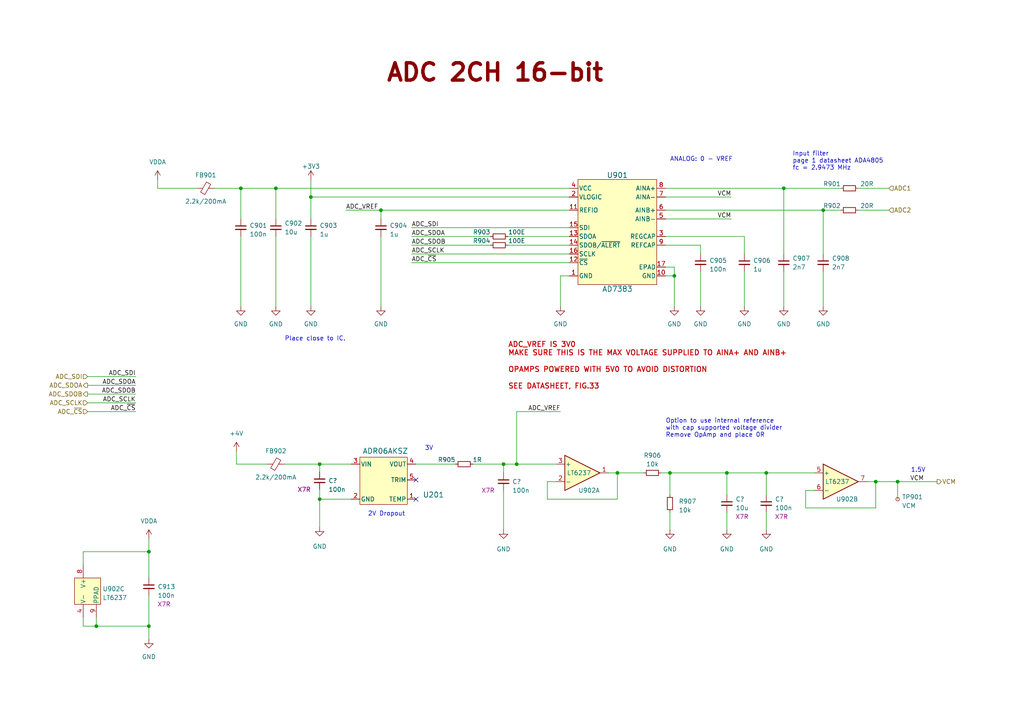
<source format=kicad_sch>
(kicad_sch (version 20230121) (generator eeschema)
  (paper "A4")
  (lib_symbols
    (symbol "Connector:TestPoint_Small" (pin_numbers hide) (pin_names (offset 0.762) hide)
      (property "Reference" "TP" (at 0 3.81 0))
      (property "Value" "TestPoint_Small" (at 0 2.032 0))
      (symbol "TestPoint_Small_0_1"
        (circle (center 0 0) (radius 0.508))
      )
      (symbol "TestPoint_Small_1_1"
        (pin passive line (at 0 0 90) (length 0) (name "1") (number "1"))
      )
    )
    (symbol "Device:C_Small" (pin_numbers hide) (pin_names (offset 0.254) hide)
      (property "Reference" "C" (at 0.254 1.778 0))
      (property "Value" "C_Small" (at 0.254 -2.032 0))
      (symbol "C_Small_0_1"
        (polyline (pts (xy -1.524 -0.508) (xy 1.524 -0.508)) (stroke (width 0.3302)))
        (polyline (pts (xy -1.524 0.508) (xy 1.524 0.508)) (stroke (width 0.3048)))
      )
      (symbol "C_Small_1_1"
        (pin passive line (at 0 2.54 270) (length 2.032) (name "~") (number "1"))
        (pin passive line (at 0 -2.54 90) (length 2.032) (name "~") (number "2"))
      )
    )
    (symbol "Device:R_Small" (pin_numbers hide) (pin_names (offset 0.254) hide)
      (property "Reference" "R" (at 0.762 0.508 0))
      (property "Value" "R_Small" (at 0.762 -1.016 0))
      (symbol "R_Small_0_1"
        (rectangle (start -0.762 1.778) (end 0.762 -1.778) (stroke (width 0.2032)))
      )
      (symbol "R_Small_1_1"
        (pin passive line (at 0 2.54 270) (length 0.762) (name "~") (number "1"))
        (pin passive line (at 0 -2.54 90) (length 0.762) (name "~") (number "2"))
      )
    )
    (symbol "LT6237_1" (pin_names (offset 0.127))
      (property "Reference" "U504" (at -3.81 1.27 0))
      (property "Value" "LT6237" (at -3.81 -1.27 0))
      (symbol "LT6237_1_1_1"
        (polyline (pts (xy -5.08 5.08) (xy 5.08 0) (xy -5.08 -5.08) (xy -5.08 5.08)) (stroke (width 0.254)) (fill (type background)))
        (pin output line (at 7.62 0 180) (length 2.54) (name "~") (number "1"))
        (pin input line (at -7.62 -2.54 0) (length 2.54) (name "-") (number "2"))
        (pin input line (at -7.62 2.54 0) (length 2.54) (name "+") (number "3"))
      )
      (symbol "LT6237_1_2_1"
        (polyline (pts (xy -5.08 5.08) (xy 5.08 0) (xy -5.08 -5.08) (xy -5.08 5.08)) (stroke (width 0.254)) (fill (type background)))
        (pin input line (at -7.62 2.54 0) (length 2.54) (name "+") (number "5"))
        (pin input line (at -7.62 -2.54 0) (length 2.54) (name "-") (number "6"))
        (pin output line (at 7.62 0 180) (length 2.54) (name "~") (number "7"))
      )
      (symbol "LT6237_1_3_1"
        (rectangle (start -5.08 3.81) (end 0 -3.81) (fill (type background)))
        (pin power_in line (at -2.54 -7.62 90) (length 3.81) (name "V-") (number "4"))
        (pin power_in line (at -2.54 7.62 270) (length 3.81) (name "V+") (number "8"))
      )
    )
    (symbol "LT6237_2" (pin_names (offset 0.127))
      (property "Reference" "U" (at 0 5.08 0))
      (property "Value" "LT6237" (at 3.175 -3.175 0))
      (symbol "LT6237_2_0_1"
        (rectangle (start -5.08 3.81) (end 2.54 -3.81) (fill (type background)))
      )
      (symbol "LT6237_2_1_1"
        (polyline (pts (xy -5.08 5.08) (xy 5.08 0) (xy -5.08 -5.08) (xy -5.08 5.08)) (stroke (width 0.254)) (fill (type background)))
        (pin output line (at 7.62 0 180) (length 2.54) (name "~") (number "1"))
        (pin input line (at -7.62 -2.54 0) (length 2.54) (name "-") (number "2"))
        (pin input line (at -7.62 2.54 0) (length 2.54) (name "+") (number "3"))
      )
      (symbol "LT6237_2_2_1"
        (polyline (pts (xy -5.08 5.08) (xy 5.08 0) (xy -5.08 -5.08) (xy -5.08 5.08)) (stroke (width 0.254)) (fill (type background)))
        (pin input line (at -7.62 2.54 0) (length 2.54) (name "+") (number "5"))
        (pin input line (at -7.62 -2.54 0) (length 2.54) (name "-") (number "6"))
        (pin output line (at 7.62 0 180) (length 2.54) (name "~") (number "7"))
      )
      (symbol "LT6237_2_3_1"
        (pin power_in line (at -2.54 -7.62 90) (length 3.81) (name "V-") (number "4"))
        (pin power_in line (at -2.54 7.62 270) (length 3.81) (name "V+") (number "8"))
        (pin power_in line (at 1.27 -7.62 90) (length 3.81) (name "PPAD") (number "9"))
      )
    )
    (symbol "SOC_ADC:AD7383" (pin_names (offset 0.254))
      (property "Reference" "U" (at 27.94 2.54 0))
      (property "Value" "AD7383" (at 27.94 -30.48 0))
      (symbol "AD7383_0_1"
        (rectangle (start 16.51 1.27) (end 39.37 -29.21) (fill (type background)))
      )
      (symbol "AD7383_1_1"
        (pin power_out line (at 13.97 -26.67 0) (length 2.54) (name "GND") (number "1"))
        (pin power_out line (at 41.91 -26.67 180) (length 2.54) (name "GND") (number "10"))
        (pin unspecified line (at 13.97 -7.62 0) (length 2.54) (name "REFIO") (number "11"))
        (pin unspecified line (at 13.97 -22.86 0) (length 2.54) (name "~{CS}") (number "12"))
        (pin unspecified line (at 13.97 -15.24 0) (length 2.54) (name "SDOA") (number "13"))
        (pin unspecified line (at 13.97 -17.78 0) (length 2.54) (name "SDOB/~{ALERT}") (number "14"))
        (pin unspecified line (at 13.97 -12.7 0) (length 2.54) (name "SDI") (number "15"))
        (pin unspecified line (at 13.97 -20.32 0) (length 2.54) (name "SCLK") (number "16"))
        (pin unspecified line (at 41.91 -24.13 180) (length 2.54) (name "EPAD") (number "17"))
        (pin power_in line (at 13.97 -3.81 0) (length 2.54) (name "VLOGIC") (number "2"))
        (pin unspecified line (at 41.91 -15.24 180) (length 2.54) (name "REGCAP") (number "3"))
        (pin power_in line (at 13.97 -1.27 0) (length 2.54) (name "VCC") (number "4"))
        (pin unspecified line (at 41.91 -10.16 180) (length 2.54) (name "AINB-") (number "5"))
        (pin unspecified line (at 41.91 -7.62 180) (length 2.54) (name "AINB+") (number "6"))
        (pin unspecified line (at 41.91 -3.81 180) (length 2.54) (name "AINA-") (number "7"))
        (pin unspecified line (at 41.91 -1.27 180) (length 2.54) (name "AINA+") (number "8"))
        (pin unspecified line (at 41.91 -17.78 180) (length 2.54) (name "REFCAP") (number "9"))
      )
    )
    (symbol "SOC_Misc:2k2 200mA" (pin_numbers hide) (pin_names (offset 0))
      (property "Reference" "FB" (at 1.905 1.27 0))
      (property "Value" "742792093" (at 1.905 -1.27 0))
      (symbol "2k2 200mA_0_1"
        (polyline (pts (xy 0 -1.27) (xy 0 -0.7874)))
        (polyline (pts (xy 0 0.889) (xy 0 1.2954)))
        (polyline (pts (xy -1.8288 0.2794) (xy -1.1176 1.4986) (xy 1.8288 -0.2032) (xy 1.1176 -1.4224) (xy -1.8288 0.2794)))
      )
      (symbol "2k2 200mA_1_1"
        (pin passive line (at 0 2.54 270) (length 1.27) (name "~") (number "1"))
        (pin passive line (at 0 -2.54 90) (length 1.27) (name "~") (number "2"))
      )
    )
    (symbol "SOC_Power:ADR06AKSZ-REEL7" (pin_names (offset 0.254))
      (property "Reference" "U" (at 14.224 8.89 0))
      (property "Value" "ADR06AKSZ-REEL7" (at 14.732 -8.382 0))
      (symbol "ADR06AKSZ-REEL7_1_1"
        (rectangle (start 7.874 7.112) (end 21.59 -6.604) (fill (type background)))
        (pin output line (at 24.13 -5.08 180) (length 2.54) (name "TEMP") (number "1"))
        (pin passive line (at 5.334 -5.08 0) (length 2.54) (name "GND") (number "2"))
        (pin input line (at 5.334 5.08 0) (length 2.54) (name "VIN") (number "3"))
        (pin output line (at 24.13 5.08 180) (length 2.54) (name "VOUT") (number "4"))
        (pin input line (at 24.13 0.508 180) (length 2.54) (name "TRIM") (number "5"))
      )
    )
    (symbol "power:+3V3" (power) (pin_names (offset 0))
      (property "Value" "+3V3" (at 0 3.556 0))
      (symbol "+3V3_0_1"
        (polyline (pts (xy -0.762 1.27) (xy 0 2.54)))
        (polyline (pts (xy 0 0) (xy 0 2.54)))
        (polyline (pts (xy 0 2.54) (xy 0.762 1.27)))
      )
      (symbol "+3V3_1_1"
        (pin power_in line (at 0 0 90) (length 0) hide (name "+3V3") (number "1"))
      )
    )
    (symbol "power:+4V" (power) (pin_names (offset 0))
      (property "Value" "+4V" (at 0 3.556 0))
      (symbol "+4V_0_1"
        (polyline (pts (xy -0.762 1.27) (xy 0 2.54)))
        (polyline (pts (xy 0 0) (xy 0 2.54)))
        (polyline (pts (xy 0 2.54) (xy 0.762 1.27)))
      )
      (symbol "+4V_1_1"
        (pin power_in line (at 0 0 90) (length 0) hide (name "+4V") (number "1"))
      )
    )
    (symbol "power:GND" (power) (pin_names (offset 0))
      (property "Value" "GND" (at 0 -3.81 0))
      (symbol "GND_0_1"
        (polyline (pts (xy 0 0) (xy 0 -1.27) (xy 1.27 -1.27) (xy 0 -2.54) (xy -1.27 -1.27) (xy 0 -1.27)))
      )
      (symbol "GND_1_1"
        (pin power_in line (at 0 0 270) (length 0) hide (name "GND") (number "1"))
      )
    )
    (symbol "power:VDDA" (power) (pin_names (offset 0))
      (property "Value" "VDDA" (at 0 3.81 0))
      (symbol "VDDA_0_1"
        (polyline (pts (xy -0.762 1.27) (xy 0 2.54)))
        (polyline (pts (xy 0 0) (xy 0 2.54)))
        (polyline (pts (xy 0 2.54) (xy 0.762 1.27)))
      )
      (symbol "VDDA_1_1"
        (pin power_in line (at 0 0 90) (length 0) hide (name "VDDA") (number "1"))
      )
    )
  )
  (junction (at 238.76 60.96))
  (junction (at 80.01 54.61))
  (junction (at 222.25 137.16))
  (junction (at 90.17 57.15))
  (junction (at 43.18 181.61))
  (junction (at 194.31 137.16))
  (junction (at 110.49 60.96))
  (junction (at 210.82 137.16))
  (junction (at 260.35 139.7))
  (junction (at 92.71 144.78))
  (junction (at 43.18 160.02))
  (junction (at 92.71 134.62))
  (junction (at 195.58 80.01))
  (junction (at 254 139.7))
  (junction (at 146.05 134.62))
  (junction (at 179.07 137.16))
  (junction (at 69.85 54.61))
  (junction (at 149.86 134.62))
  (junction (at 27.94 181.61))
  (junction (at 227.33 54.61))
  (no_connect (at 120.65 144.78))
  (no_connect (at 120.65 139.192))
  (wire (pts (xy 260.35 139.7) (xy 271.78 139.7)))
  (wire (pts (xy 248.92 54.61) (xy 257.81 54.61)))
  (wire (pts (xy 248.92 60.96) (xy 257.81 60.96)))
  (wire (pts (xy 69.85 54.61) (xy 80.01 54.61)))
  (wire (pts (xy 149.86 119.38) (xy 162.56 119.38)))
  (wire (pts (xy 25.4 114.3) (xy 39.37 114.3)))
  (wire (pts (xy 158.75 144.78) (xy 179.07 144.78)))
  (wire (pts (xy 254 139.7) (xy 251.46 139.7)))
  (wire (pts (xy 215.9 68.58) (xy 193.04 68.58)))
  (wire (pts (xy 146.05 134.62) (xy 146.05 137.16)))
  (wire (pts (xy 137.16 134.62) (xy 146.05 134.62)))
  (wire (pts (xy 227.33 54.61) (xy 243.84 54.61)))
  (wire (pts (xy 193.04 60.96) (xy 238.76 60.96)))
  (wire (pts (xy 90.17 57.15) (xy 165.1 57.15)))
  (wire (pts (xy 92.71 144.78) (xy 101.854 144.78)))
  (wire (pts (xy 62.23 54.61) (xy 69.85 54.61)))
  (wire (pts (xy 82.55 134.62) (xy 92.71 134.62)))
  (wire (pts (xy 162.56 80.01) (xy 165.1 80.01)))
  (wire (pts (xy 27.94 181.61) (xy 43.18 181.61)))
  (wire (pts (xy 147.32 68.58) (xy 165.1 68.58)))
  (wire (pts (xy 195.58 80.01) (xy 195.58 88.9)))
  (wire (pts (xy 24.13 163.83) (xy 24.13 160.02)))
  (wire (pts (xy 222.25 148.59) (xy 222.25 153.67)))
  (wire (pts (xy 68.58 134.62) (xy 77.47 134.62)))
  (wire (pts (xy 210.82 137.16) (xy 222.25 137.16)))
  (wire (pts (xy 210.82 137.16) (xy 210.82 143.51)))
  (wire (pts (xy 119.38 68.58) (xy 142.24 68.58)))
  (wire (pts (xy 43.18 156.21) (xy 43.18 160.02)))
  (wire (pts (xy 57.15 54.61) (xy 45.72 54.61)))
  (wire (pts (xy 194.31 137.16) (xy 210.82 137.16)))
  (wire (pts (xy 24.13 160.02) (xy 43.18 160.02)))
  (wire (pts (xy 69.85 54.61) (xy 69.85 63.5)))
  (wire (pts (xy 24.13 181.61) (xy 27.94 181.61)))
  (wire (pts (xy 27.94 179.07) (xy 27.94 181.61)))
  (wire (pts (xy 100.33 60.96) (xy 110.49 60.96)))
  (wire (pts (xy 236.22 142.24) (xy 233.68 142.24)))
  (wire (pts (xy 193.04 77.47) (xy 195.58 77.47)))
  (wire (pts (xy 222.25 137.16) (xy 222.25 143.51)))
  (wire (pts (xy 90.17 68.58) (xy 90.17 88.9)))
  (wire (pts (xy 119.38 76.2) (xy 165.1 76.2)))
  (wire (pts (xy 191.77 137.16) (xy 194.31 137.16)))
  (wire (pts (xy 238.76 60.96) (xy 238.76 73.66)))
  (wire (pts (xy 260.35 139.7) (xy 260.35 144.78)))
  (wire (pts (xy 193.04 63.5) (xy 212.09 63.5)))
  (wire (pts (xy 146.05 142.24) (xy 146.05 153.67)))
  (wire (pts (xy 215.9 78.74) (xy 215.9 88.9)))
  (wire (pts (xy 222.25 137.16) (xy 236.22 137.16)))
  (wire (pts (xy 119.38 71.12) (xy 142.24 71.12)))
  (wire (pts (xy 233.68 147.32) (xy 254 147.32)))
  (wire (pts (xy 193.04 71.12) (xy 203.2 71.12)))
  (wire (pts (xy 149.86 134.62) (xy 161.29 134.62)))
  (wire (pts (xy 193.04 80.01) (xy 195.58 80.01)))
  (wire (pts (xy 69.85 68.58) (xy 69.85 88.9)))
  (wire (pts (xy 215.9 73.66) (xy 215.9 68.58)))
  (wire (pts (xy 147.32 71.12) (xy 165.1 71.12)))
  (wire (pts (xy 162.56 80.01) (xy 162.56 88.9)))
  (wire (pts (xy 43.18 160.02) (xy 43.18 167.64)))
  (wire (pts (xy 92.71 134.62) (xy 101.854 134.62)))
  (wire (pts (xy 161.29 139.7) (xy 158.75 139.7)))
  (wire (pts (xy 149.86 119.38) (xy 149.86 134.62)))
  (wire (pts (xy 227.33 54.61) (xy 227.33 73.66)))
  (wire (pts (xy 179.07 137.16) (xy 186.69 137.16)))
  (wire (pts (xy 24.13 179.07) (xy 24.13 181.61)))
  (wire (pts (xy 233.68 142.24) (xy 233.68 147.32)))
  (wire (pts (xy 158.75 139.7) (xy 158.75 144.78)))
  (wire (pts (xy 25.4 119.38) (xy 39.37 119.38)))
  (wire (pts (xy 90.17 52.07) (xy 90.17 57.15)))
  (wire (pts (xy 80.01 68.58) (xy 80.01 88.9)))
  (wire (pts (xy 110.49 60.96) (xy 165.1 60.96)))
  (wire (pts (xy 120.65 134.62) (xy 132.08 134.62)))
  (wire (pts (xy 194.31 137.16) (xy 194.31 143.51)))
  (wire (pts (xy 110.49 68.58) (xy 110.49 88.9)))
  (wire (pts (xy 25.4 109.22) (xy 39.37 109.22)))
  (wire (pts (xy 194.31 148.59) (xy 194.31 153.67)))
  (wire (pts (xy 254 139.7) (xy 260.35 139.7)))
  (wire (pts (xy 203.2 71.12) (xy 203.2 73.66)))
  (wire (pts (xy 227.33 78.74) (xy 227.33 88.9)))
  (wire (pts (xy 110.49 63.5) (xy 110.49 60.96)))
  (wire (pts (xy 238.76 60.96) (xy 243.84 60.96)))
  (wire (pts (xy 45.72 52.07) (xy 45.72 54.61)))
  (wire (pts (xy 92.71 134.62) (xy 92.71 136.906)))
  (wire (pts (xy 193.04 54.61) (xy 227.33 54.61)))
  (wire (pts (xy 238.76 78.74) (xy 238.76 88.9)))
  (wire (pts (xy 119.38 73.66) (xy 165.1 73.66)))
  (wire (pts (xy 90.17 63.5) (xy 90.17 57.15)))
  (wire (pts (xy 203.2 78.74) (xy 203.2 88.9)))
  (wire (pts (xy 25.4 111.76) (xy 39.37 111.76)))
  (wire (pts (xy 179.07 137.16) (xy 176.53 137.16)))
  (wire (pts (xy 179.07 144.78) (xy 179.07 137.16)))
  (wire (pts (xy 254 147.32) (xy 254 139.7)))
  (wire (pts (xy 92.71 141.986) (xy 92.71 144.78)))
  (wire (pts (xy 193.04 57.15) (xy 212.09 57.15)))
  (wire (pts (xy 119.38 66.04) (xy 165.1 66.04)))
  (wire (pts (xy 43.18 181.61) (xy 43.18 185.42)))
  (wire (pts (xy 146.05 134.62) (xy 149.86 134.62)))
  (wire (pts (xy 25.4 116.84) (xy 39.37 116.84)))
  (wire (pts (xy 43.18 172.72) (xy 43.18 181.61)))
  (wire (pts (xy 80.01 54.61) (xy 165.1 54.61)))
  (wire (pts (xy 210.82 148.59) (xy 210.82 153.67)))
  (wire (pts (xy 68.58 130.81) (xy 68.58 134.62)))
  (wire (pts (xy 80.01 63.5) (xy 80.01 54.61)))
  (wire (pts (xy 92.71 144.78) (xy 92.71 152.908)))
  (wire (pts (xy 195.58 77.47) (xy 195.58 80.01)))
  (text "Option to use internal reference \nwith cap supported voltage divider\nRemove OpAmp and place 0R" (at 193.04 127 0) (effects (font (size 1.27 1.27)) (justify left bottom)))
  (text "Input filter\npage 1 datasheet ADA4805\nfc = 2.9473 MHz" (at 229.87 49.53 0) (effects (font (size 1.27 1.27)) (justify left bottom)))
  (text "ANALOG: 0 - VREF" (at 194.31 46.99 0) (effects (font (size 1.27 1.27)) (justify left bottom)))
  (text "ADC_VREF IS 3V0\nMAKE SURE THIS IS THE MAX VOLTAGE SUPPLIED TO AINA+ AND AINB+\n\nOPAMPS POWERED WITH 5V0 TO AVOID DISTORTION\n\nSEE DATASHEET, FIG.33" (at 147.32 113.03 0) (effects (font (size 1.5 1.5) (thickness 0.254) bold) (justify left bottom)))
  (text "2V Dropout" (at 106.68 149.86 0) (effects (font (size 1.27 1.27)) (justify left bottom)))
  (text "Place close to IC." (at 82.55 99.06 0) (effects (font (size 1.27 1.27)) (justify left bottom)))
  (text "ADC 2CH 16-bit" (at 111.76 24.13 0) (effects (font (size 5 5) (thickness 1) bold) (justify left bottom)))
  (text "3V" (at 123.19 130.81 0) (effects (font (size 1.27 1.27)) (justify left bottom)))
  (text "1.5V" (at 264.16 137.16 0) (effects (font (size 1.27 1.27)) (justify left bottom)))
  (label "ADC_SDI" (at 119.38 66.04 0))
  (label "ADC_SDOA" (at 39.37 111.76 180))
  (label "ADC_VREF" (at 162.56 119.38 180))
  (label "ADC_SDOB" (at 39.37 114.3 180))
  (label "ADC_VREF" (at 100.33 60.96 0))
  (label "ADC_~{CS}" (at 119.38 76.2 0))
  (label "ADC_SCLK" (at 39.37 116.84 180))
  (label "VCM" (at 212.09 63.5 180))
  (label "ADC_~{CS}" (at 39.37 119.38 180))
  (label "VCM" (at 212.09 57.15 180))
  (label "ADC_SCLK" (at 119.38 73.66 0))
  (label "ADC_SDI" (at 39.37 109.22 180))
  (label "ADC_SDOB" (at 119.38 71.12 0))
  (label "ADC_SDOA" (at 119.38 68.58 0))
  (label "VCM" (at 267.97 139.7 180))
  (hierarchical_label "ADC_SCLK" (shape input) (at 25.4 116.84 180))
  (hierarchical_label "ADC_SDOA" (shape output) (at 25.4 111.76 180))
  (hierarchical_label "ADC_SDOB" (shape output) (at 25.4 114.3 180))
  (hierarchical_label "ADC_~{CS}" (shape input) (at 25.4 119.38 180))
  (hierarchical_label "ADC1" (shape input) (at 257.81 54.61 0))
  (hierarchical_label "VCM" (shape output) (at 271.78 139.7 0))
  (hierarchical_label "ADC_SDI" (shape input) (at 25.4 109.22 180))
  (hierarchical_label "ADC2" (shape input) (at 257.81 60.96 0))
  (symbol (lib_id "SOC_ADC:AD7383") (at 151.13 53.34 0) (unit 1)
    (property "Reference" "U901" (at 179.07 50.8 0) (effects (font (size 1.524 1.524))))
    (property "Value" "AD7383" (at 179.07 83.82 0) (effects (font (size 1.524 1.524))))
    (property "Footprint" "SOC_SMD:AD7383" (effects hide))
    (property "Datasheet" "https://www.analog.com/media/en/technical-documentation/data-sheets/ad7383-7384.pdf" (effects hide))
    (property "MPN" "AD7383BCPZ-RL7" (effects hide))
    (property "Digi-Key_PN" "505-AD7383BCPZ-RL7CT-ND" (effects hide))
    (instances (project "pp1_vsensor_v4" (path "" (reference "U901") (unit 1))) (project "poc_vsensor_v3_interface" (path "" (reference "U701") (unit 1))))
  )
  (symbol (lib_id "power:GND") (at 203.2 88.9 0) (unit 1)
    (property "Reference" "#PWR0909" (effects hide))
    (property "Value" "GND" (at 203.2 93.98 0))
    (instances (project "pp1_vsensor_v4" (path "" (reference "#PWR0909") (unit 1))) (project "poc_vsensor_v3_interface" (path "" (reference "#PWR0709") (unit 1))))
  )
  (symbol (lib_id "Device:R_Small") (at 189.23 137.16 90) (unit 1)
    (property "Reference" "R906" (at 189.23 132.08 90))
    (property "Value" "10k" (at 189.23 134.62 90))
    (property "Footprint" "Resistor_SMD:R_0603_1608Metric" (effects hide))
    (instances (project "pp1_vsensor_v4" (path "" (reference "R906") (unit 1))) (project "poc_vsensor_v3_interface" (path "" (reference "R704") (unit 1))))
  )
  (symbol (lib_id "power:GND") (at 194.31 153.67 0) (unit 1)
    (property "Reference" "#PWR0202" (effects hide))
    (property "Value" "GND" (at 194.31 159.258 0))
    (instances (project "poc_vsensor_v3_main" (path "" (reference "#PWR0202") (unit 1))) (project "pp1_vsensor_v4" (path "" (reference "#PWR0916") (unit 1))) (project "poc_vsensor_v3_interface" (path "" (reference "#PWR0714") (unit 1))))
  )
  (symbol (lib_id "power:GND") (at 92.71 152.908 0) (unit 1)
    (property "Reference" "#PWR0201" (effects hide))
    (property "Value" "GND" (at 92.71 158.496 0))
    (instances (project "poc_vsensor_v3_main" (path "" (reference "#PWR0201") (unit 1))) (project "pp1_vsensor_v4" (path "" (reference "#PWR0914") (unit 1))) (project "poc_vsensor_v3_interface" (path "" (reference "#PWR0712") (unit 1))))
  )
  (symbol (lib_id "Device:C_Small") (at 43.18 170.18 0) (unit 1)
    (property "Reference" "C913" (at 45.72 170.18 0) (effects (justify left)))
    (property "Value" "100n" (at 45.72 172.72 0) (effects (justify left)))
    (property "Footprint" "Capacitor_SMD:C_0402_1005Metric" (effects hide))
    (property "CLASS" "X7R" (at 49.53 175.26 0) (effects (justify right)))
    (property "Description" "0.1uF 0402 50V" (effects hide))
    (instances (project "pp1_vsensor_v4" (path "" (reference "C913") (unit 1))) (project "poc_vsensor_v3_interface" (path "" (reference "C713") (unit 1)) (path "" (reference "C501") (unit 1))))
  )
  (symbol (lib_name "LT6237_2") (lib_id "SOC_OpAmp:LT6237") (at 26.67 171.45 0) (unit 3)
    (property "Reference" "U902" (at 36.195 170.815 0) (effects (justify right)))
    (property "Value" "LT6237" (at 36.83 173.355 0) (effects (justify right)))
    (property "Footprint" "Package_DFN_QFN:DFN-8-1EP_3x3mm_P0.5mm_EP1.66x2.38mm" (effects hide))
    (property "Datasheet" "https://www.analog.com/media/en/technical-documentation/data-sheets/623637fb.pdf" (effects hide))
    (property "MPN" "LT6237IMS8#PBF" (effects hide))
    (property "Digikey_PN" "505-LT6237IMS8#PBF-ND" (effects hide))
    (property "Mouser_PN" "584-LT6237IMS8#PBF" (effects hide))
  )
  (symbol (lib_id "Device:C_Small") (at 69.85 66.04 0) (unit 1)
    (property "Reference" "C901" (at 72.39 65.4113 0) (effects (justify left)))
    (property "Value" "100n" (at 72.39 67.9513 0) (effects (justify left)))
    (property "Footprint" "Capacitor_SMD:C_0402_1005Metric" (effects hide))
    (instances (project "pp1_vsensor_v4" (path "" (reference "C901") (unit 1))) (project "poc_vsensor_v3_interface" (path "" (reference "C701") (unit 1))))
  )
  (symbol (lib_id "Device:R_Small") (at 144.78 68.58 90) (unit 1)
    (property "Reference" "R903" (at 139.7 67.31 90))
    (property "Value" "100E" (at 149.86 67.31 90))
    (property "Footprint" "Resistor_SMD:R_0603_1608Metric" (effects hide))
    (instances (project "pp1_vsensor_v4" (path "" (reference "R903") (unit 1))) (project "poc_vsensor_v3_interface" (path "" (reference "R701") (unit 1))))
  )
  (symbol (lib_id "power:GND") (at 90.17 88.9 0) (unit 1)
    (property "Reference" "#PWR0905" (effects hide))
    (property "Value" "GND" (at 90.17 93.98 0))
    (instances (project "pp1_vsensor_v4" (path "" (reference "#PWR0905") (unit 1))) (project "poc_vsensor_v3_interface" (path "" (reference "#PWR0705") (unit 1))))
  )
  (symbol (lib_id "Device:R_Small") (at 194.31 146.05 0) (unit 1)
    (property "Reference" "R907" (at 196.85 145.415 0) (effects (justify left)))
    (property "Value" "10k" (at 196.85 147.955 0) (effects (justify left)))
    (property "Footprint" "Resistor_SMD:R_0603_1608Metric" (effects hide))
    (instances (project "pp1_vsensor_v4" (path "" (reference "R907") (unit 1))) (project "poc_vsensor_v3_interface" (path "" (reference "R705") (unit 1))))
  )
  (symbol (lib_id "SOC_Power:ADR06AKSZ-REEL7") (at 96.52 139.7 0) (unit 1)
    (property "Reference" "U201" (at 125.73 143.51 0) (effects (font (size 1.524 1.524))))
    (property "Value" "ADR06AKSZ" (at 111.76 130.81 0) (effects (font (size 1.524 1.524))))
    (property "Footprint" "SOC_SMD:KS_5_ADI" (effects hide))
    (property "Datasheet" "https://www.analog.com/media/en/technical-documentation/data-sheets/ADR01_02_03_06.pdf" (effects hide))
    (property "MPN" "ADR06AKSZ-REEL7" (effects hide))
    (property "Digi-Key_PN" "505-ADR06AKSZ-REEL7CT-ND" (effects hide))
    (property "Mouser_PN" "584-ADR06AKSZ-R7" (effects hide))
    (instances (project "poc_vsensor_v3_main" (path "" (reference "U201") (unit 1))) (project "pp1_vsensor_v4" (path "" (reference "U903") (unit 1))) (project "poc_vsensor_v3_interface" (path "" (reference "U703") (unit 1))))
  )
  (symbol (lib_id "Device:C_Small") (at 227.33 76.2 0) (unit 1)
    (property "Reference" "C907" (at 229.87 74.9363 0) (effects (justify left)))
    (property "Value" "2n7" (at 229.87 77.4763 0) (effects (justify left)))
    (property "Footprint" "Capacitor_SMD:C_0603_1608Metric" (effects hide))
    (property "Digi-Key_PN" "311-1809-1-ND" (effects hide))
    (property "MPN" "CC0603KRX7R9BB272" (effects hide))
    (instances (project "pp1_vsensor_v4" (path "" (reference "C907") (unit 1))) (project "poc_vsensor_v3_interface" (path "" (reference "C709") (unit 1))))
  )
  (symbol (lib_id "power:GND") (at 215.9 88.9 0) (unit 1)
    (property "Reference" "#PWR0910" (effects hide))
    (property "Value" "GND" (at 215.9 93.98 0))
    (instances (project "pp1_vsensor_v4" (path "" (reference "#PWR0910") (unit 1))) (project "poc_vsensor_v3_interface" (path "" (reference "#PWR0710") (unit 1))))
  )
  (symbol (lib_id "power:GND") (at 80.01 88.9 0) (unit 1)
    (property "Reference" "#PWR0904" (effects hide))
    (property "Value" "GND" (at 80.01 93.98 0))
    (instances (project "pp1_vsensor_v4" (path "" (reference "#PWR0904") (unit 1))) (project "poc_vsensor_v3_interface" (path "" (reference "#PWR0704") (unit 1))))
  )
  (symbol (lib_name "LT6237_1") (lib_id "SOC_OpAmp:LT6237") (at 243.84 139.7 0) (unit 2)
    (property "Reference" "U902" (at 248.92 144.78 0) (effects (justify right)))
    (property "Value" "LT6237" (at 246.38 139.7 0) (effects (justify right)))
    (property "Footprint" "Package_DFN_QFN:DFN-8-1EP_3x3mm_P0.5mm_EP1.66x2.38mm" (effects hide))
    (property "Datasheet" "https://www.analog.com/media/en/technical-documentation/data-sheets/623637fb.pdf" (effects hide))
    (property "MPN" "LT6237IDD#PBF" (effects hide))
    (property "Digikey_PN" "505-LT6237IDD#PBF-ND" (effects hide))
  )
  (symbol (lib_id "Device:C_Small") (at 203.2 76.2 0) (unit 1)
    (property "Reference" "C905" (at 205.74 75.5713 0) (effects (justify left)))
    (property "Value" "100n" (at 205.74 78.1113 0) (effects (justify left)))
    (property "Footprint" "Capacitor_SMD:C_0402_1005Metric" (effects hide))
    (instances (project "pp1_vsensor_v4" (path "" (reference "C905") (unit 1))) (project "poc_vsensor_v3_interface" (path "" (reference "C705") (unit 1))))
  )
  (symbol (lib_id "Device:R_Small") (at 246.38 54.61 90) (unit 1)
    (property "Reference" "R901" (at 241.3 53.34 90))
    (property "Value" "20R" (at 251.46 53.34 90))
    (property "Footprint" "Resistor_SMD:R_0603_1608Metric" (effects hide))
    (instances (project "pp1_vsensor_v4" (path "" (reference "R901") (unit 1))) (project "poc_vsensor_v3_interface" (path "" (reference "R706") (unit 1))))
  )
  (symbol (lib_id "power:+3V3") (at 90.17 52.07 0) (unit 1)
    (property "Reference" "#PWR0902" (effects hide))
    (property "Value" "+3V3" (at 90.17 48.26 0))
    (instances (project "pp1_vsensor_v4" (path "" (reference "#PWR0902") (unit 1))) (project "poc_vsensor_v3_interface" (path "" (reference "#PWR0702") (unit 1))))
  )
  (symbol (lib_name "LT6237_1") (lib_id "SOC_OpAmp:LT6237") (at 168.91 137.16 0) (unit 1)
    (property "Reference" "U902" (at 173.99 142.24 0) (effects (justify right)))
    (property "Value" "LT6237" (at 171.45 137.16 0) (effects (justify right)))
    (property "Footprint" "Package_DFN_QFN:DFN-8-1EP_3x3mm_P0.5mm_EP1.66x2.38mm" (effects hide))
    (property "Datasheet" "https://www.analog.com/media/en/technical-documentation/data-sheets/623637fb.pdf" (effects hide))
    (property "MPN" "LT6237IDD#PBF" (effects hide))
    (property "Digikey_PN" "505-LT6237IDD#PBF-ND" (effects hide))
  )
  (symbol (lib_id "power:GND") (at 110.49 88.9 0) (unit 1)
    (property "Reference" "#PWR0906" (effects hide))
    (property "Value" "GND" (at 110.49 93.98 0))
    (instances (project "pp1_vsensor_v4" (path "" (reference "#PWR0906") (unit 1))) (project "poc_vsensor_v3_interface" (path "" (reference "#PWR0706") (unit 1))))
  )
  (symbol (lib_id "power:GND") (at 238.76 88.9 0) (unit 1)
    (property "Reference" "#PWR0912" (effects hide))
    (property "Value" "GND" (at 238.76 93.98 0))
    (instances (project "pp1_vsensor_v4" (path "" (reference "#PWR0912") (unit 1))) (project "poc_vsensor_v3_interface" (path "" (reference "#PWR0716") (unit 1))))
  )
  (symbol (lib_id "power:GND") (at 146.05 153.67 0) (unit 1)
    (property "Reference" "#PWR0202" (effects hide))
    (property "Value" "GND" (at 146.05 159.258 0))
    (instances (project "poc_vsensor_v3_main" (path "" (reference "#PWR0202") (unit 1))) (project "pp1_vsensor_v4" (path "" (reference "#PWR0915") (unit 1))) (project "poc_vsensor_v3_interface" (path "" (reference "#PWR0713") (unit 1))))
  )
  (symbol (lib_id "Device:C_Small") (at 210.82 146.05 0) (unit 1)
    (property "Reference" "C?" (at 213.36 144.78 0) (effects (justify left)))
    (property "Value" "10u" (at 213.36 147.32 0) (effects (justify left)))
    (property "Footprint" "Capacitor_SMD:C_0603_1608Metric" (effects hide))
    (property "MPN" "GRM188R61E106MA73D" (effects hide))
    (property "Digi-Key_PN" "490-7202-1-ND" (effects hide))
    (property "Mouser_PN" "603-CC402KRX7R9BB104" (effects hide))
    (property "CLASS" "X7R" (at 217.17 149.86 0) (effects (justify right)))
    (property "Description" "0.1uF 0402 50V" (effects hide))
    (instances (project "poc_vsensor_v3_main" (path "" (reference "C?") (unit 1)) (path "" (reference "C202") (unit 1)) (path "" (reference "C2") (unit 1))) (project "pp1_vsensor_v4" (path "" (reference "C911") (unit 1))) (project "poc_vsensor_v3_interface" (path "" (reference "C711") (unit 1))))
  )
  (symbol (lib_id "power:+4V") (at 68.58 130.81 0) (unit 1)
    (property "Reference" "#PWR0913" (effects hide))
    (property "Value" "+4V" (at 68.58 125.73 0))
  )
  (symbol (lib_id "Device:C_Small") (at 238.76 76.2 0) (unit 1)
    (property "Reference" "C908" (at 241.3 74.9363 0) (effects (justify left)))
    (property "Value" "2n7" (at 241.3 77.4763 0) (effects (justify left)))
    (property "Footprint" "Capacitor_SMD:C_0603_1608Metric" (effects hide))
    (property "Digi-Key_PN" "311-1809-1-ND" (effects hide))
    (property "MPN" "CC0603KRX7R9BB272" (effects hide))
    (instances (project "pp1_vsensor_v4" (path "" (reference "C908") (unit 1))) (project "poc_vsensor_v3_interface" (path "" (reference "C710") (unit 1))))
  )
  (symbol (lib_id "power:GND") (at 195.58 88.9 0) (unit 1)
    (property "Reference" "#PWR0908" (effects hide))
    (property "Value" "GND" (at 195.58 93.98 0))
    (instances (project "pp1_vsensor_v4" (path "" (reference "#PWR0908") (unit 1))) (project "poc_vsensor_v3_interface" (path "" (reference "#PWR0708") (unit 1))))
  )
  (symbol (lib_id "power:GND") (at 162.56 88.9 0) (unit 1)
    (property "Reference" "#PWR0907" (effects hide))
    (property "Value" "GND" (at 162.56 93.98 0))
    (instances (project "pp1_vsensor_v4" (path "" (reference "#PWR0907") (unit 1))) (project "poc_vsensor_v3_interface" (path "" (reference "#PWR0707") (unit 1))))
  )
  (symbol (lib_id "Device:C_Small") (at 222.25 146.05 0) (unit 1)
    (property "Reference" "C?" (at 224.79 144.78 0) (effects (justify left)))
    (property "Value" "100n" (at 224.79 147.32 0) (effects (justify left)))
    (property "Footprint" "Capacitor_SMD:C_0402_1005Metric" (effects hide))
    (property "CLASS" "X7R" (at 228.6 149.86 0) (effects (justify right)))
    (property "Description" "0.1uF 0402 50V" (effects hide))
    (instances (project "poc_vsensor_v3_main" (path "" (reference "C?") (unit 1)) (path "" (reference "C202") (unit 1)) (path "" (reference "C2") (unit 1))) (project "pp1_vsensor_v4" (path "" (reference "C912") (unit 1))) (project "poc_vsensor_v3_interface" (path "" (reference "C712") (unit 1))))
  )
  (symbol (lib_id "power:GND") (at 210.82 153.67 0) (unit 1)
    (property "Reference" "#PWR0202" (effects hide))
    (property "Value" "GND" (at 210.82 159.258 0))
    (instances (project "poc_vsensor_v3_main" (path "" (reference "#PWR0202") (unit 1))) (project "pp1_vsensor_v4" (path "" (reference "#PWR0917") (unit 1))) (project "poc_vsensor_v3_interface" (path "" (reference "#PWR0717") (unit 1))))
  )
  (symbol (lib_id "Device:C_Small") (at 92.71 139.446 0) (unit 1)
    (property "Reference" "C?" (at 95.25 139.446 0) (effects (justify left)))
    (property "Value" "100n" (at 95.25 141.986 0) (effects (justify left)))
    (property "Footprint" "Capacitor_SMD:C_0402_1005Metric" (effects hide))
    (property "CLASS" "X7R" (at 90.17 141.986 0) (effects (justify right)))
    (property "Description" "0.1uF 0402 50V" (effects hide))
    (instances (project "poc_vsensor_v3_main" (path "" (reference "C?") (unit 1)) (path "" (reference "C201") (unit 1)) (path "" (reference "C2") (unit 1))) (project "pp1_vsensor_v4" (path "" (reference "C909") (unit 1))) (project "poc_vsensor_v3_interface" (path "" (reference "C707") (unit 1))))
  )
  (symbol (lib_id "power:GND") (at 222.25 153.67 0) (unit 1)
    (property "Reference" "#PWR0202" (effects hide))
    (property "Value" "GND" (at 222.25 159.258 0))
    (instances (project "poc_vsensor_v3_main" (path "" (reference "#PWR0202") (unit 1))) (project "pp1_vsensor_v4" (path "" (reference "#PWR0918") (unit 1))) (project "poc_vsensor_v3_interface" (path "" (reference "#PWR0718") (unit 1))))
  )
  (symbol (lib_id "SOC_Misc:2k2 200mA") (at 59.69 54.61 90) (unit 1)
    (property "Reference" "FB901" (at 59.69 50.8 90))
    (property "Value" "2.2k/200mA" (at 59.69 58.42 90))
    (property "Footprint" "Inductor_SMD:L_0805_2012Metric" (effects hide))
    (property "MPN" "742792093" (effects hide))
    (property "Digikey_PN" "732-1609-1-ND" (effects hide))
    (property "Digi-Key_PN" "732-1609-1-ND" (effects hide))
    (instances (project "pp1_vsensor_v4" (path "" (reference "FB901") (unit 1))) (project "poc_vsensor_v3_interface" (path "" (reference "FB201") (unit 1)) (path "" (reference "FB701") (unit 1))) (project "pp1_ModemBaseboard" (path "" (reference "FB202") (unit 1))))
  )
  (symbol (lib_id "Connector:TestPoint_Small") (at 260.35 144.78 0) (unit 1) (in_bom no)
    (property "Reference" "TP901" (at 261.62 144.145 0) (effects (justify left)))
    (property "Value" "VCM" (at 261.62 146.685 0) (effects (justify left)))
    (property "Footprint" "TestPoint:TestPoint_THTPad_D1.0mm_Drill0.5mm" (effects hide))
    (instances (project "pp1_vsensor_v4" (path "" (reference "TP901") (unit 1))) (project "poc_vsensor_v3_interface" (path "" (reference "TP301") (unit 1)) (path "" (reference "TP701") (unit 1))))
  )
  (symbol (lib_id "power:GND") (at 43.18 185.42 0) (mirror y) (unit 1)
    (property "Reference" "#PWR0920" (effects hide))
    (property "Value" "GND" (at 43.18 190.5 0))
    (instances (project "pp1_vsensor_v4" (path "" (reference "#PWR0920") (unit 1))) (project "poc_vsensor_v3_interface" (path "" (reference "#PWR0720") (unit 1)) (path "" (reference "#PWR0503") (unit 1))))
  )
  (symbol (lib_id "power:VDDA") (at 45.72 52.07 0) (mirror y) (unit 1)
    (property "Reference" "#PWR0901" (effects hide))
    (property "Value" "VDDA" (at 45.72 46.99 0))
  )
  (symbol (lib_id "power:GND") (at 69.85 88.9 0) (unit 1)
    (property "Reference" "#PWR0903" (effects hide))
    (property "Value" "GND" (at 69.85 93.98 0))
    (instances (project "pp1_vsensor_v4" (path "" (reference "#PWR0903") (unit 1))) (project "poc_vsensor_v3_interface" (path "" (reference "#PWR0703") (unit 1))))
  )
  (symbol (lib_id "Device:C_Small") (at 215.9 76.2 0) (unit 1)
    (property "Reference" "C906" (at 218.44 75.5713 0) (effects (justify left)))
    (property "Value" "1u" (at 218.44 78.1113 0) (effects (justify left)))
    (property "Footprint" "Capacitor_SMD:C_0603_1608Metric" (effects hide))
    (property "Digi-Key_PN" "478-10073-1-ND" (effects hide))
    (property "MPN" "06035C105KAT2A" (effects hide))
    (instances (project "pp1_vsensor_v4" (path "" (reference "C906") (unit 1))) (project "poc_vsensor_v3_interface" (path "" (reference "C706") (unit 1))))
  )
  (symbol (lib_id "Device:R_Small") (at 134.62 134.62 90) (unit 1)
    (property "Reference" "R905" (at 129.54 133.35 90))
    (property "Value" "1R" (at 138.43 133.35 90))
    (property "Footprint" "Resistor_SMD:R_0603_1608Metric" (effects hide))
    (instances (project "pp1_vsensor_v4" (path "" (reference "R905") (unit 1))) (project "poc_vsensor_v3_interface" (path "" (reference "R703") (unit 1))))
  )
  (symbol (lib_id "power:VDDA") (at 43.18 156.21 0) (mirror y) (unit 1)
    (property "Reference" "#PWR0919" (effects hide))
    (property "Value" "VDDA" (at 43.18 151.13 0))
    (instances (project "pp1_vsensor_v4" (path "" (reference "#PWR0919") (unit 1))) (project "poc_vsensor_v3_interface" (path "" (reference "#PWR0719") (unit 1)) (path "" (reference "#PWR0506") (unit 1))))
  )
  (symbol (lib_id "Device:C_Small") (at 110.49 66.04 0) (unit 1)
    (property "Reference" "C904" (at 113.03 65.4113 0) (effects (justify left)))
    (property "Value" "1u" (at 113.03 67.9513 0) (effects (justify left)))
    (property "Footprint" "Capacitor_SMD:C_0603_1608Metric" (effects hide))
    (property "Digi-Key_PN" "478-10073-1-ND" (effects hide))
    (property "MPN" "06035C105KAT2A" (effects hide))
    (instances (project "pp1_vsensor_v4" (path "" (reference "C904") (unit 1))) (project "poc_vsensor_v3_interface" (path "" (reference "C704") (unit 1))))
  )
  (symbol (lib_id "Device:C_Small") (at 90.17 66.04 0) (unit 1)
    (property "Reference" "C903" (at 92.71 65.4113 0) (effects (justify left)))
    (property "Value" "1u" (at 92.71 67.9513 0) (effects (justify left)))
    (property "Footprint" "Capacitor_SMD:C_0603_1608Metric" (effects hide))
    (property "Digi-Key_PN" "478-10073-1-ND" (effects hide))
    (property "MPN" "06035C105KAT2A" (effects hide))
    (instances (project "pp1_vsensor_v4" (path "" (reference "C903") (unit 1))) (project "poc_vsensor_v3_interface" (path "" (reference "C703") (unit 1))))
  )
  (symbol (lib_id "Device:R_Small") (at 246.38 60.96 90) (unit 1)
    (property "Reference" "R902" (at 241.3 59.69 90))
    (property "Value" "20R" (at 251.46 59.69 90))
    (property "Footprint" "Resistor_SMD:R_0603_1608Metric" (effects hide))
    (instances (project "pp1_vsensor_v4" (path "" (reference "R902") (unit 1))) (project "poc_vsensor_v3_interface" (path "" (reference "R707") (unit 1))))
  )
  (symbol (lib_id "Device:C_Small") (at 146.05 139.7 0) (unit 1)
    (property "Reference" "C?" (at 148.59 139.7 0) (effects (justify left)))
    (property "Value" "100n" (at 148.59 142.24 0) (effects (justify left)))
    (property "Footprint" "Capacitor_SMD:C_0402_1005Metric" (effects hide))
    (property "CLASS" "X7R" (at 143.51 142.24 0) (effects (justify right)))
    (property "Description" "0.1uF 0402 50V" (effects hide))
    (instances (project "poc_vsensor_v3_main" (path "" (reference "C?") (unit 1)) (path "" (reference "C202") (unit 1)) (path "" (reference "C2") (unit 1))) (project "pp1_vsensor_v4" (path "" (reference "C910") (unit 1))) (project "poc_vsensor_v3_interface" (path "" (reference "C708") (unit 1))))
  )
  (symbol (lib_id "Device:R_Small") (at 144.78 71.12 90) (unit 1)
    (property "Reference" "R904" (at 139.7 69.85 90))
    (property "Value" "100E" (at 149.86 69.85 90))
    (property "Footprint" "Resistor_SMD:R_0603_1608Metric" (effects hide))
    (instances (project "pp1_vsensor_v4" (path "" (reference "R904") (unit 1))) (project "poc_vsensor_v3_interface" (path "" (reference "R702") (unit 1))))
  )
  (symbol (lib_id "SOC_Misc:2k2 200mA") (at 80.01 134.62 90) (unit 1)
    (property "Reference" "FB902" (at 80.01 130.81 90))
    (property "Value" "2.2k/200mA" (at 80.01 138.43 90))
    (property "Footprint" "Inductor_SMD:L_0805_2012Metric" (effects hide))
    (property "MPN" "742792093" (effects hide))
    (property "Digikey_PN" "732-1609-1-ND" (effects hide))
    (property "Digi-Key_PN" "732-1609-1-ND" (effects hide))
    (instances (project "pp1_vsensor_v4" (path "" (reference "FB902") (unit 1))) (project "poc_vsensor_v3_interface" (path "" (reference "FB201") (unit 1)) (path "" (reference "FB702") (unit 1))) (project "pp1_ModemBaseboard" (path "" (reference "FB202") (unit 1))))
  )
  (symbol (lib_id "Device:C_Small") (at 80.01 66.04 0) (unit 1)
    (property "Reference" "C902" (at 82.55 64.7763 0) (effects (justify left)))
    (property "Value" "10u" (at 82.55 67.3163 0) (effects (justify left)))
    (property "Footprint" "Capacitor_SMD:C_0603_1608Metric" (effects hide))
    (property "Digi-Key_PN" "490-7202-1-ND" (effects hide))
    (property "MPN" "GRM188R61E106MA73D" (effects hide))
    (instances (project "pp1_vsensor_v4" (path "" (reference "C902") (unit 1))) (project "poc_vsensor_v3_interface" (path "" (reference "C702") (unit 1))))
  )
  (symbol (lib_id "power:GND") (at 227.33 88.9 0) (unit 1)
    (property "Reference" "#PWR0911" (effects hide))
    (property "Value" "GND" (at 227.33 93.98 0))
    (instances (project "pp1_vsensor_v4" (path "" (reference "#PWR0911") (unit 1))) (project "poc_vsensor_v3_interface" (path "" (reference "#PWR0715") (unit 1))))
  )
)
</source>
